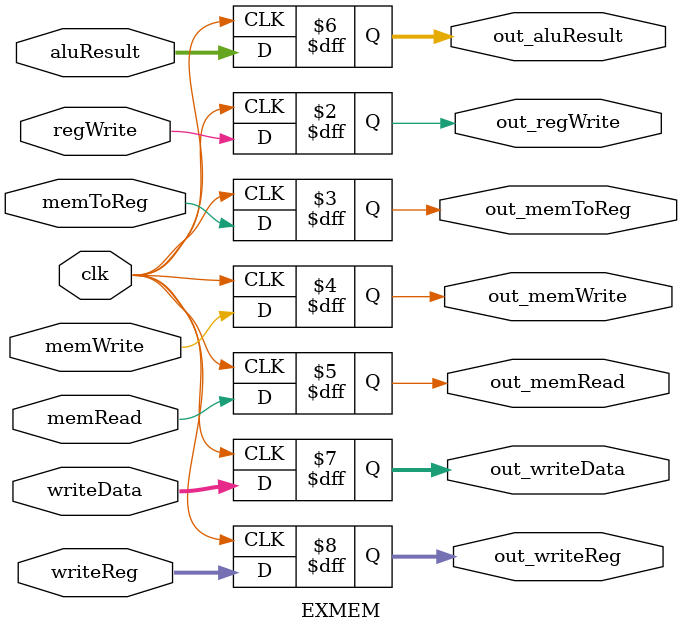
<source format=v>
`timescale 1ns/1ps
module EXMEM(
  input clk,
  input regWrite, memToReg,
  input memWrite, memRead,
  input [31:0] aluResult, writeData,
  input [4:0] writeReg,
  output reg out_regWrite, out_memToReg, out_memWrite, out_memRead,
  output reg [31:0] out_aluResult, out_writeData,
  output reg [4:0] out_writeReg
);

  always @(posedge clk) begin
    out_regWrite <= regWrite;
    out_memToReg <= memToReg;
    out_memWrite <= memWrite;
    out_memRead <= memRead;
    out_aluResult <= aluResult;
    out_writeData <= writeData;
    out_writeReg <= writeReg;
  end

endmodule
</source>
